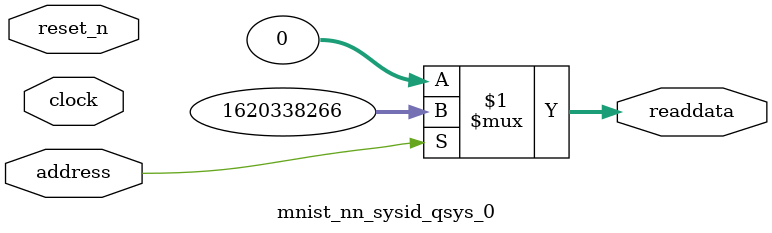
<source format=v>



// synthesis translate_off
`timescale 1ns / 1ps
// synthesis translate_on

// turn off superfluous verilog processor warnings 
// altera message_level Level1 
// altera message_off 10034 10035 10036 10037 10230 10240 10030 

module mnist_nn_sysid_qsys_0 (
               // inputs:
                address,
                clock,
                reset_n,

               // outputs:
                readdata
             )
;

  output  [ 31: 0] readdata;
  input            address;
  input            clock;
  input            reset_n;

  wire    [ 31: 0] readdata;
  //control_slave, which is an e_avalon_slave
  assign readdata = address ? 1620338266 : 0;

endmodule



</source>
